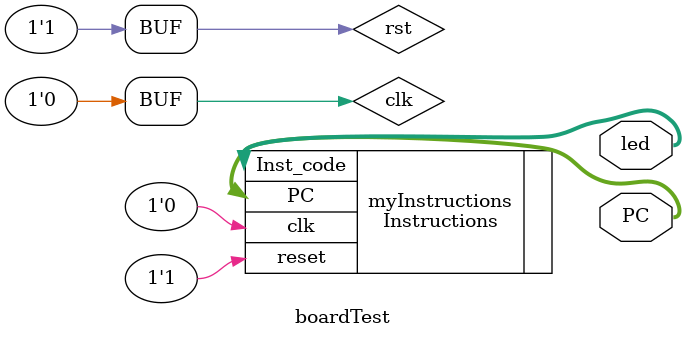
<source format=v>
`timescale 1ns / 1ps
module boardTest(
    output [31:0]led,PC
    );
    
    reg clk,rst;
    wire[31:0] data;
      
    Instructions myInstructions(.clk(clk),.reset(rst),.Inst_code(led),.PC(PC));
    
    initial
        begin
            clk = 0;
            rst = 1;
            
            #50;
            clk = 1;
            rst = 0;
            
            #50;
            clk = 0;
            
            #50;
            clk = 1;
            
            #50;
            clk = 0;
            
            #50;
            clk = 1;
            
            #50;
            clk = 0;
            
             #50;
            clk = 1;
            rst = 1;
            
            #50;
            clk = 0;
            
             #50;
            clk = 1;
            
            #50;
            clk = 0;
        end
endmodule

</source>
